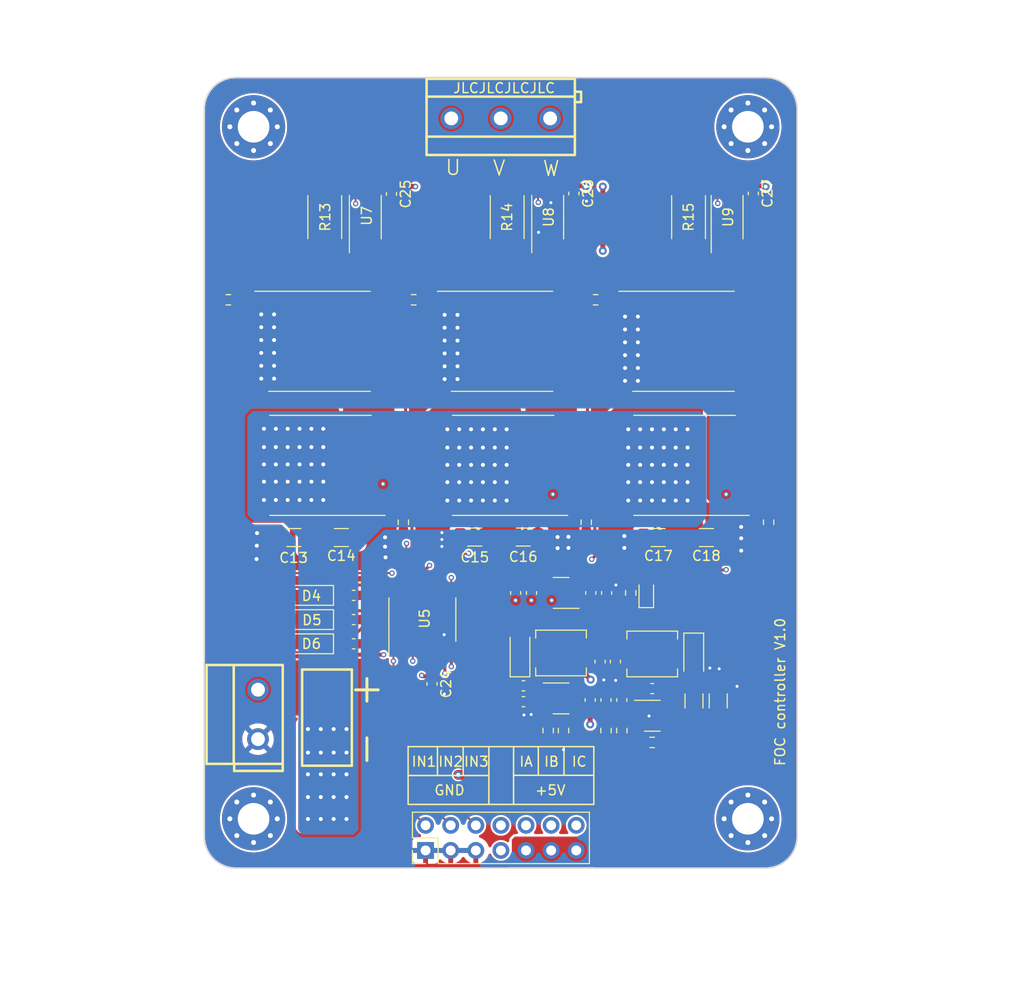
<source format=kicad_pcb>
(kicad_pcb (version 20221018) (generator pcbnew)
  (layers (0 "F.Cu" signal) (1 "In1.Cu" power "In1.GND") (2 "In2.Cu" power "In2.PWR") (31 "B.Cu" signal) (34 "B.Paste" user) (35 "F.Paste" user) (36 "B.SilkS" user "B.Silkscreen") (37 "F.SilkS" user "F.Silkscreen") (38 "B.Mask" user) (39 "F.Mask" user) (44 "Edge.Cuts" user))
  (net 0 "")
  (net 1 "Net-(U3-BS)")
  (net 2 "GND")
  (net 3 "+5V")
  (net 4 "VDC")
  (net 5 "+3.3V")
  (net 6 "/Bridge/UA")
  (net 7 "Net-(D4-K)")
  (net 8 "/Bridge/UB")
  (net 9 "Net-(D5-K)")
  (net 10 "/Bridge/UC")
  (net 11 "Net-(D6-K)")
  (net 12 "+12V")
  (net 13 "Net-(D2-A)")
  (net 14 "/interface/IA_OUT")
  (net 15 "/interface/IB_OUT")
  (net 16 "/interface/IC_OUT")
  (net 17 "Net-(Q1-G)")
  (net 18 "Net-(Q2-G)")
  (net 19 "Net-(Q3-G)")
  (net 20 "Net-(Q4-G)")
  (net 21 "Net-(Q5-G)")
  (net 22 "Net-(Q6-G)")
  (net 23 "/power/FB2")
  (net 24 "/power/FB1")
  (net 25 "Net-(U3-EN)")
  (net 26 "/Bridge/HO1")
  (net 27 "/Bridge/HO2")
  (net 28 "/Bridge/LO1")
  (net 29 "/Bridge/LO2")
  (net 30 "/Bridge/LO3")
  (net 31 "/Bridge/IA_N")
  (net 32 "/Bridge/IB_N")
  (net 33 "/Bridge/IC_N")
  (net 34 "/power/VIN")
  (net 37 "/Bridge/PWM1")
  (net 38 "/Bridge/PWM2")
  (net 39 "/Bridge/PWM3")
  (net 40 "/Bridge/HO3")
  (net 45 "SW1")
  (net 46 "SW2")
  (footprint "Diode_SMD:D_SOD-123F" (layer "F.Cu") (at 124.075 119.2 180)
    (fp_text reference "D6")
    (fp_text value "FR107")
  )
  (footprint "Package_TO_SOT_SMD:Infineon_PG-HSOF-8-1" (layer "F.Cu") (at 124.93 88.6)
    (fp_text reference "Q2" hide)
    (fp_text value "Q_NMOS_GSD")
  )
  (footprint "Capacitor_SMD:C_0603_1608Metric" (layer "F.Cu") (at 144.7125 114.05 -90)
    (fp_text reference "C20" hide)
    (fp_text value "0.1u")
  )
  (footprint "Resistor_SMD:R_0603_1608Metric" (layer "F.Cu") (at 158.525 129.175 180)
    (fp_text reference "R4" hide)
    (fp_text value "1M")
  )
  (footprint "Capacitor_SMD:C_1206_3216Metric" (layer "F.Cu") (at 140.575 108.4)
    (fp_text reference "C15")
    (fp_text value "22u 100V")
  )
  (footprint "Package_TO_SOT_SMD:SOT-23-6" (layer "F.Cu") (at 158.525 126.475)
    (fp_text reference "U3" hide)
    (fp_text value "ME3116")
  )
  (footprint "Resistor_SMD:R_0603_1608Metric" (layer "F.Cu") (at 115.65 84.4)
    (fp_text reference "R10" hide)
    (fp_text value "10")
  )
  (footprint "Resistor_SMD:R_2512_6332Metric" (layer "F.Cu") (at 162.2 76.0375 90)
    (fp_text reference "R15")
    (fp_text value "0.01")
  )
  (footprint "Resistor_SMD:R_0603_1608Metric" (layer "F.Cu") (at 152.8 84.4)
    (fp_text reference "R12" hide)
    (fp_text value "10")
  )
  (footprint "Resistor_SMD:R_2512_6332Metric" (layer "F.Cu") (at 125.4 76.0375 90)
    (fp_text reference "R13")
    (fp_text value "0.01")
  )
  (footprint "Capacitor_SMD:C_0603_1608Metric" (layer "F.Cu") (at 152.3125 114.05 -90)
    (fp_text reference "C8" hide)
    (fp_text value "0.1u")
  )
  (footprint "Capacitor_SMD:C_0603_1608Metric" (layer "F.Cu") (at 155.45 124.875 -90)
    (fp_text reference "C4" hide)
    (fp_text value "0.1u")
  )
  (footprint "Capacitor_SMD:C_0603_1608Metric" (layer "F.Cu") (at 153.85 124.875 -90)
    (fp_text reference "C6" hide)
    (fp_text value "0.1u")
  )
  (footprint "Capacitor_SMD:C_1206_3216Metric" (layer "F.Cu") (at 159.125 108.45)
    (fp_text reference "C17")
    (fp_text value "22u 100V")
  )
  (footprint "my_conn:KF301-3P" (layer "F.Cu") (at 143.2 66.05)
    (fp_text reference "U6" hide)
    (fp_text value "~")
  )
  (footprint "Capacitor_SMD:C_0603_1608Metric" (layer "F.Cu") (at 158.525 123.725)
    (fp_text reference "C1" hide)
    (fp_text value "0.1u")
  )
  (footprint "Resistor_SMD:R_2512_6332Metric" (layer "F.Cu") (at 143.85 76.0375 90)
    (fp_text reference "R14")
    (fp_text value "0.01")
  )
  (footprint "Capacitor_SMD:C_0603_1608Metric" (layer "F.Cu") (at 152.25 124.875 -90)
    (fp_text reference "C5" hide)
    (fp_text value "22u")
  )
  (footprint "Capacitor_SMD:C_1206_3216Metric" (layer "F.Cu") (at 122.275 108.45)
    (fp_text reference "C13")
    (fp_text value "22u 100V")
  )
  (footprint "Package_TO_SOT_SMD:Infineon_PG-HSOF-8-1" (layer "F.Cu") (at 161.75 88.6)
    (fp_text reference "Q6" hide)
    (fp_text value "Q_NMOS_GSD")
  )
  (footprint "Package_SO:TSSOP-20_4.4x6.5mm_P0.65mm" (layer "F.Cu") (at 135.275 116.75 90)
    (fp_text reference "U5")
    (fp_text value "EG2133")
  )
  (footprint "Package_TO_SOT_SMD:Infineon_PG-HSOF-8-1" (layer "F.Cu") (at 143.38 101.15 180)
    (fp_text reference "Q3" hide)
    (fp_text value "Q_NMOS_GSD")
  )
  (footprint "Capacitor_SMD:C_1206_3216Metric" (layer "F.Cu") (at 165.2 124.975 -90)
    (fp_text reference "C11" hide)
    (fp_text value "22u 100V")
  )
  (footprint "Capacitor_SMD:C_0603_1608Metric" (layer "F.Cu") (at 128.325 114.3 180)
    (fp_text reference "C21" hide)
    (fp_text value "1u")
  )
  (footprint "Capacitor_SMD:C_0603_1608Metric" (layer "F.Cu") (at 145.5 123.45 180)
    (fp_text reference "C12" hide)
    (fp_text value "10u")
  )
  (footprint "Diode_SMD:D_SOD-123F" (layer "F.Cu") (at 124.075 116.75 180)
    (fp_text reference "D5")
    (fp_text value "FR107")
  )
  (footprint "Resistor_SMD:R_0603_1608Metric" (layer "F.Cu") (at 134.4 84.4)
    (fp_text reference "R11" hide)
    (fp_text value "10")
  )
  (footprint "Package_SO:TSSOP-8_4.4x3mm_P0.65mm" (layer "F.Cu") (at 166.1 76.0375 90)
    (fp_text reference "U9")
    (fp_text value "INA240A1PW")
  )
  (footprint "Package_TO_SOT_SMD:SOT-23-5" (layer "F.Cu") (at 149.3125 114.05 180)
    (fp_text reference "U1" hide)
    (fp_text value "LP5907MFX-3.3")
  )
  (footprint "Resistor_SMD:R_0603_1608Metric" (layer "F.Cu") (at 151.85 106.9 90)
    (fp_text reference "R8" hide)
    (fp_text value "10")
  )
  (footprint "Capacitor_SMD:C_0603_1608Metric" (layer "F.Cu") (at 153.25 121 90)
    (fp_text reference "C3" hide)
    (fp_text value "22u")
  )
  (footprint "Diode_SMD:D_SOD-123" (layer "F.Cu") (at 145.15 120.175 90)
    (fp_text reference "D1" hide)
    (fp_text value "1N5819")
  )
  (footprint "MountingHole:MountingHole_3.2mm_M3_Pad_Via" (layer "F.Cu") (at 118.2 136.9)
    (fp_text reference "H1" hide)
    (fp_text value "MountingHole_Pad")
  )
  (footprint "Resistor_SMD:R_0603_1608Metric" (layer "F.Cu") (at 149.55 127.975 -90)
    (fp_text reference "R5" hide)
    (fp_text value "10k")
  )
  (footprint "Capacitor_SMD:C_0603_1608Metric" (layer "F.Cu") (at 153.9125 114.05 -90)
    (fp_text reference "C7" hide)
    (fp_text value "10u")
  )
  (footprint "LED_SMD:LED_0603_1608Metric" (layer "F.Cu") (at 157.925 114.05 90)
    (fp_text reference "D2" hide)
    (fp_text value "LED")
  )
  (footprint "MountingHole:MountingHole_3.2mm_M3_Pad_Via" (layer "F.Cu") (at 168.2 66.9)
    (fp_text reference "H2" hide)
    (fp_text value "MountingHole_Pad")
  )
  (footprint "Package_TO_SOT_SMD:Infineon_PG-HSOF-8-1" (layer "F.Cu") (at 161.73 101.15 180)
    (fp_text reference "Q5" hide)
    (fp_text value "Q_NMOS_GSD")
  )
  (footprint "Resistor_SMD:R_0603_1608Metric" (layer "F.Cu") (at 155.45 127.975 -90)
    (fp_text reference "R3" hide)
    (fp_text value "150k")
  )
  (footprint "Resistor_SMD:R_0603_1608Metric" (layer "F.Cu") (at 156.35 114.05 -90)
    (fp_text reference "R1" hide)
    (fp_text value "10k")
  )
  (footprint "Inductor_SMD:L_Chilisin_BMRA00040420" (layer "F.Cu") (at 149.3 120.125)
    (fp_text reference "L1" hide)
    (fp_text value "4.7u")
  )
  (footprint "Package_SO:TSSOP-8_4.4x3mm_P0.65mm" (layer "F.Cu") (at 147.95 76.0375 90)
    (fp_text reference "U8")
    (fp_text value "INA240A1PW")
  )
  (footprint "Package_TO_SOT_SMD:Infineon_PG-HSOF-8-1" (layer "F.Cu") (at 143.4 88.6)
    (fp_text reference "Q4" hide)
    (fp_text value "Q_NMOS_GSD")
  )
  (footprint "MountingHole:MountingHole_3.2mm_M3_Pad_Via" (layer "F.Cu") (at 168.2 136.9)
    (fp_text reference "H4" hide)
    (fp_text value "MountingHole_Pad")
  )
  (footprint "Capacitor_SMD:C_0603_1608Metric" (layer "F.Cu") (at 168.75 73.65 -90)
    (fp_text reference "C27")
    (fp_text value "0.1u")
  )
  (footprint "Capacitor_SMD:C_1206_3216Metric" (layer "F.Cu") (at 162.75 124.975 -90)
    (fp_text reference "C10" hide)
    (fp_text value "22u 100V")
  )
  (footprint "my_conn:KF301-2P" (layer "F.Cu") (at 118.65 126.3425 -90)
    (fp_text reference "U4" hide)
    (fp_text value "~")
  )
  (footprint "Capacitor_SMD:C_0603_1608Metric" (layer "F.Cu") (at 150.6 73.65 -90)
    (fp_text reference "C26")
    (fp_text value "0.1u")
  )
  (footprint "Inductor_SMD:L_Chilisin_BMRA00040420" (layer "F.Cu") (at 158.525 120.225 180)
    (fp_text reference "L2" hide)
    (fp_text value "47u")
  )
  (footprint "Capacitor_SMD:C_0603_1608Metric" (layer "F.Cu") (at 128.325 119.2 180)
    (fp_text reference "C23" hide)
    (fp_text value "1u")
  )
  (footprint "Resistor_SMD:R_0603_1608Metric" (layer "F.Cu") (at 153.85 127.975 90)
    (fp_text reference "R6" hide)
    (fp_text value "20.5k")
  )
  (footprint "MountingHole:MountingHole_3.2mm_M3_Pad_Via" (layer "F.Cu") (at 118.2 66.9)
    (fp_text reference "H3" hide)
    (fp_text value "MountingHole_Pad")
  )
  (footprint "Capacitor_SMD:C_1206_3216Metric" (layer "F.Cu") (at 164 108.45 180)
    (fp_text reference "C18")
    (fp_text value "22u 100V")
  )
  (footprint "Capacitor_SMD:C_1206_3216Metric" (layer "F.Cu") (at 145.475 108.4 180)
    (fp_text reference "C16")
    (fp_text value "22u 100V")
  )
  (footprint "Package_TO_SOT_SMD:SOT-23-6" (layer "F.Cu") (at 149.3 124.725)
    (fp_text reference "U2" hide)
    (fp_text value "SX1308")
  )
  (footprint "Capacitor_SMD:C_0603_1608Metric" (layer "F.Cu") (at 145.5 125.05 180)
    (fp_text reference "C28" hide)
    (fp_text value "0.1u")
  )
  (footprint "Connector_PinHeader_2.54mm:PinHeader_2x07_P2.54mm_Vertical" (layer "F.Cu") (at 143.2 141.9 90)
    (fp_text reference "J2" hide)
    (fp_text value "Conn_02x07_Odd_Even")
  )
  (footprint "Diode_SMD:D_SOD-123F" (layer "F.Cu") (at 124.075 114.3 180)
    (fp_text reference "D4")
    (fp_text value "FR107")
  )
  (footprint "Resistor_SMD:R_0603_1608Metric" (layer "F.Cu") (at 148 127.975 90)
    (fp_text reference "R2" hide)
    (fp_text value "190k")
  )
  (footprint "Capacitor_SMD:C_0603_1608Metric" (layer "F.Cu") (at 154.8 121 90)
    (fp_text reference "C2" hide)
    (fp_text value "22u")
  )
  (footprint "Capacitor_SMD:C_0603_1608Metric" (layer "F.Cu") (at 146.3125 114.05 -90)
    (fp_text reference "C19" hide)
    (fp_text value "10u")
  )
  (footprint "Capacitor_SMD:C_0603_1608Metric" (layer "F.Cu") (at 136.25 123.25 -90)
    (fp_text reference "C24")
    (fp_text value "0.1u")
  )
  (footprint "Resistor_SMD:R_0603_1608Metric" (layer "F.Cu") (at 133.35 106.9 90)
    (fp_text reference "R7" hide)
    (fp_text value "10")
  )
  (footprint "Resistor_SMD:R_0603_1608Metric" (layer "F.Cu") (at 170.3 106.9 90)
    (fp_text reference "R9" hide)
    (fp_text value "10")
  )
  (footprint "Capacitor_SMD:C_0603_1608Metric" (layer "F.Cu") (at 128.325 116.75 180)
    (fp_text reference "C22" hide)
    (fp_text value "1u")
  )
  (footprint "Package_TO_SOT_SMD:Infineon_PG-HSOF-8-1" (layer "F.Cu") (at 124.905 101.15 180)
    (fp_text reference "Q1" hide)
    (fp_text value "Q_NMOS_GSD")
  )
  (footprint "Capacitor_SMD:C_1206_3216Metric" (layer "F.Cu") (at 127.075 108.45 180)
    (fp_text reference "C14")
    (fp_text value "22u 100V")
  )
  (footprint "Capacitor_SMD:C_0603_1608Metric" (layer "F.Cu") (at 132.15 73.7 -90)
    (fp_text reference "C25")
    (fp_text value "0.1u")
  )
  (footprint "Package_SO:TSSOP-8_4.4x3mm_P0.65mm" (layer "F.Cu") (at 129.5 76.0375 90)
    (fp_text reference "U7")
    (fp_text value "INA240A1PW")
  )
  (footprint "Diode_SMD:D_SOD-123F" (layer "F.Cu") (at 162.725 120.325 -90)
    (fp_text reference "D3" hide)
    (fp_text value "FR107")
  )
  (footprint "my_fuse:1808-FuseBase-SMD" (layer "F.Cu") (at 125.625 126.65 -90)
    (fp_text reference "F1" hide)
    (fp_text value "Fuse")
  )
  (gr_line (start 139.4 132.5) (end 139.4 129.6) (stroke (width 0.15)) (layer "F.SilkS"))
  (gr_line (start 147 132.5) (end 147 129.6) (stroke (width 0.15)) (layer "F.SilkS"))
  (gr_line (start 149.6 132.5) (end 149.6 129.6) (stroke (width 0.15)) (layer "F.SilkS"))
  (gr_line (start 136.8 132.5) (end 136.8 129.6) (stroke (width 0.15)) (layer "F.SilkS"))
  (gr_line (start 144.5 135.4) (end 144.5 129.6) (stroke (width 0.15)) (layer "F.SilkS"))
  (gr_line (start 144.5 132.5) (end 152.61875 132.5) (stroke (width 0.15)) (layer "F.SilkS"))
  (gr_line (start 133.83125 132.521875) (end 142 132.521875) (stroke (width 0.15)) (layer "F.SilkS"))
  (gr_line (start 142 135.4) (end 142 129.6) (stroke (width 0.15)) (layer "F.SilkS"))
  (gr_rect (start 133.83125 129.6) (end 152.61875 135.44375) (stroke (width 0.15)) (fill none) (layer "F.SilkS"))
  (gr_line (start 113.2 65.1) (end 113.2 138.7) (stroke (width 0.1)) (layer "Edge.Cuts"))
  (gr_arc (start 113.2 65.1) (mid 114.137258 62.837258) (end 116.4 61.9) (stroke (width 0.1)) (layer "Edge.Cuts"))
  (gr_arc (start 170 61.9) (mid 172.262742 62.837258) (end 173.2 65.1) (stroke (width 0.1)) (layer "Edge.Cuts"))
  (gr_arc (start 173.2 138.7) (mid 172.262742 140.962742) (end 170 141.9) (stroke (width 0.1)) (layer "Edge.Cuts"))
  (gr_arc (start 116.4 141.9) (mid 114.137258 140.962742) (end 113.2 138.7) (stroke (width 0.1)) (layer "Edge.Cuts"))
  (gr_line (start 116.4 141.9) (end 170 141.9) (stroke (width 0.1)) (layer "Edge.Cuts"))
  (gr_line (start 170 61.9) (end 116.4 61.9) (stroke (width 0.1)) (layer "Edge.Cuts"))
  (gr_line (start 173.2 138.7) (end 173.2 65.1) (stroke (width 0.1)) (layer "Edge.Cuts"))
  (gr_text "IA" (at 145 131.7) (layer "F.SilkS") (effects (font (size 1 1)) (justify left bottom)))
  (gr_text "+ -" (at 128.14 121.8 270) (layer "F.SilkS") (effects (font (size 3 3) (thickness 0.3)) (justify left bottom)))
  (gr_text "IB" (at 147.5 131.7) (layer "F.SilkS") (effects (font (size 1 1)) (justify left bottom)))
  (gr_text "GND" (at 136.4 134.6) (layer "F.SilkS") (effects (font (size 1 1)) (justify left bottom)))
  (gr_text "FOC controller V1.0" (at 172.05 131.64 90) (layer "F.SilkS") (effects (font (size 1 1)) (justify left bottom)))
  (gr_text "+5V" (at 146.6 134.6) (layer "F.SilkS") (effects (font (size 1 1)) (justify left bottom)))
  (gr_text "V" (at 142.3 71.95) (layer "F.SilkS") (effects (font (size 1.5 1.5)) (justify left bottom)))
  (gr_text "IN2" (at 136.8 131.7) (layer "F.SilkS") (effects (font (size 1 1)) (justify left bottom)))
  (gr_text "IC" (at 150.3 131.7) (layer "F.SilkS") (effects (font (size 1 1)) (justify left bottom)))
  (gr_text "IN1" (at 134.1 131.7) (layer "F.SilkS") (effects (font (size 1 1)) (justify left bottom)))
  (gr_text "W" (at 147.35 72) (layer "F.SilkS") (effects (font (size 1.5 1.5)) (justify left bottom)))
  (gr_text "JLCJLCJLCJLC" (at 138.31 63.57) (layer "F.SilkS") (effects (font (size 1 1)) (justify left bottom)))
  (gr_text "U" (at 137.5 71.9) (layer "F.SilkS") (effects (font (size 1.5 1.5)) (justify left bottom)))
  (gr_text "IN3" (at 139.4 131.7) (layer "F.SilkS") (effects (font (size 1 1)) (justify left bottom)))
  (segment (start 157.75 123.725) (end 157.75 125.1625) (width 0.3) (layer "F.Cu") (net 1))
  (segment (start 157.75 125.1625) (end 157.3875 125.525) (width 0.3) (layer "F.Cu") (net 1))
  (segment (start 153.9125 113.275) (end 152.3125 113.275) (width 0.3) (layer "F.Cu") (net 2))
  (segment (start 146.975 78.9) (end 146.975 77.625) (width 0.3) (layer "F.Cu") (net 2))
  (segment (start 158.2 126.5) (end 157.4125 126.5) (width 0.3) (layer "F.Cu") (net 2))
  (segment (start 148.275 73.175) (end 148.275 74.575) (width 0.3) (layer "F.Cu") (net 2))
  (segment (start 154.825 113.275) (end 154.85 113.25) (width 0.3) (layer "F.Cu") (net 2))
  (segment (start 151.5375 114.05) (end 150.45 114.05) (width 0.3) (layer "F.Cu") (net 2))
  (segment (start 153.9125 113.275) (end 154.825 113.275) (width 0.3) (layer "F.Cu") (net 2))
  (segment (start 150.6 74.425) (end 151.875 74.425) (width 0.3) (layer "F.Cu") (net 2))
  (segment (start 146.975 77.625) (end 147.025 77.575) (width 0.3) (layer "F.Cu") (net 2))
  (segment (start 137.25 124.025) (end 137.5 124.275) (width 0.3) (layer "F.Cu") (net 2))
  (segment (start 136.25 124.025) (end 137.25 124.025) (width 0.3) (layer "F.Cu") (net 2))
  (segment (start 146.6 124.725) (end 146.275 125.05) (width 0.3) (layer "F.Cu") (net 2))
  (segment (start 137.475 118.275) (end 136.9 118.85) (width 0.3) (layer "F.Cu") (net 2))
  (segment (start 152.3125 113.275) (end 151.5375 114.05) (width 0.3) (layer "F.Cu") (net 2))
  (segment (start 136.9 118.85) (end 136.9 119.6125) (width 0.3) (layer "F.Cu") (net 2))
  (segment (start 153.1 127.9) (end 153.1 128.025) (width 0.3) (layer "F.Cu") (net 2))
  (segment (start 148.1625 124.725) (end 146.6 124.725) (width 0.3) (layer "F.Cu") (net 2))
  (segment (start 153.85 127.15) (end 153.1 127.9) (width 0.3) (layer "F.Cu") (net 2))
  (via (at 157.075 87.4) (size 0.8) (drill 0.4) (layers "F.Cu" "B.Cu") (net 2))
  (via (at 167.1 123.5) (size 0.55) (drill 0.3) (layers "F.Cu" "B.Cu") (net 2))
  (via (at 155.7 109.5) (size 0.8) (drill 0.4) (layers "F.Cu" "B.Cu") (net 2))
  (via (at 148.275 74.575) (size 0.55) (drill 0.3) (layers "F.Cu" "B.Cu") (net 2))
  (via (at 164.35 121.65) (size 0.55) (drill 0.3) (layers "F.Cu" "B.Cu") (net 2))
  (via (at 137.525 91.125) (size 0.8) (drill 0.4) (layers "F.Cu" "B.Cu") (net 2))
  (via (at 137.25 109.35) (size 0.55) (drill 0.3) (layers "F.Cu" "B.Cu") (net 2))
  (via (at 131.55 110.45) (size 0.8) (drill 0.4) (layers "F.Cu" "B.Cu") (net 2))
  (via (at 150.05 108.375) (size 0.8) (drill 0.4) (layers "F.Cu" "B.Cu") (net 2))
  (via (at 165.3 121.725) (size 0.55) (drill 0.3) (layers "F.Cu" "B.Cu") (net 2))
  (via (at 137.475 118.275) (size 0.55) (drill 0.3) (layers "F.Cu" "B.Cu") (net 2))
  (via (at 157.075 90) (size 0.8) (drill 0.4) (layers "F.Cu" "B.Cu") (net 2))
  (via (at 155.775 90) (size 0.8) (drill 0.4) (layers "F.Cu" "B.Cu") (net 2))
  (via (at 157.075 88.7) (size 0.8) (drill 0.4) (layers "F.Cu" "B.Cu") (net 2))
  (via (at 155.775 86.1) (size 0.8) (drill 0.4) (layers "F.Cu" "B.Cu") (net 2))
  (via (at 155.775 92.6) (size 0.8) (drill 0.4) (layers "F.Cu" "B.Cu") (net 2))
  (via (at 118.5 110.625) (size 0.8) (drill 0.4) (layers "F.Cu" "B.Cu") (net 2))
  (via (at 155.7 108.3) (size 0.8) (drill 0.4) (layers "F.Cu" "B.Cu") (net 2))
  (via (at 137.525 88.525) (size 0.8) (drill 0.4) (layers "F.Cu" "B.Cu") (net 2))
  (via (at 120.275 92.375) (size 0.8) (drill 0.4) (layers "F.Cu" "B.Cu") (net 2))
  (via (at 118.975 91.075) (size 0.8) (drill 0.4) (layers "F.Cu" "B.Cu") (net 2))
  (via (at 157.075 92.6) (size 0.8) (drill 0.4) (layers "F.Cu" "B.Cu") (net 2))
  (via (at 154.85 113.25) (size 0.55) (drill 0.3) (layers "F.Cu" "B.Cu") (net 2))
  (via (at 167.525 108.525) (size 0.8) (drill 0.4) (layers "F.Cu" "B.Cu") (net 2))
  (via (at 118.975 87.175) (size 0.8) (drill 0.4) (layers "F.Cu" "B.Cu") (net 2))
  (via (at 154.825 122.9) (size 0.55) (drill 0.3) (layers "F.Cu" "B.Cu") (net 2))
  (via (at 148.95 108.4) (size 0.8) (drill 0.4) (layers "F.Cu" "B.Cu") (net 2))
  (via (at 118.975 92.375) (size 0.8) (drill 0.4) (layers "F.Cu" "B.Cu") (net 2))
  (via (at 155.775 91.3) (size 0.8) (drill 0.4) (layers "F.Cu" "B.Cu") (net 2))
  (via (at 137.525 92.425) (size 0.8) (drill 0.4) (layers "F.Cu" "B.Cu") (net 2))
  (via (at 118.525 109.275) (size 0.8) (drill 0.4) (layers "F.Cu" "B.Cu") (net 2))
  (via (at 155.775 87.4) (size 0.8) (drill 0.4) (layers "F.Cu" "B.Cu") (net 2))
  (via (at 151.875 74.425) (size 0.55) (drill 0.3) (layers "F.Cu" "B.Cu") (net 2))
  (via (at 118.55 108) (size 0.8) (drill 0.4) (layers "F.Cu" "B.Cu") (net 2))
  (via (at 167.525 109.775) (size 0.8) (drill 0.4) (layers "F.Cu" "B.Cu") (net 2))
  (via (at 167.525 107.375) (size 0.8) (drill 0.4) (layers "F.Cu" "B.Cu") (net 2))
  (via (at 120.275 88.475) (size 0.8) (drill 0.4) (layers "F.Cu" "B.Cu") (net 2))
  (via (at 150.05 109.5) (size 0.8) (drill 0.4) (layers "F.Cu" "B.Cu") (net 2))
  (via (at 157.075 91.3) (size 0.8) (drill 0.4) (layers "F.Cu" "B.Cu") (net 2))
  (via (at 137.525 89.825) (size 0.8) (drill 0.4) (layers "F.Cu" "B.Cu") (net 2))
  (via (at 138.825 87.225) (size 0.8) (drill 0.4) (layers "F.Cu" "B.Cu") (net 2))
  (via (at 120.275 85.875) (size 0.8) (drill 0.4) (layers "F.Cu" "B.Cu") (net 2))
  (via (at 120.275 91.075) (size 0.8) (drill 0.4) (layers "F.Cu" "B.Cu") (net 2))
  (via (at 137.5 124.275) (size 0.55) (drill 0.3) (layers "F.Cu" "B.Cu") (net 2))
  (via (at 137.25 108.65) (size 0.55) (drill 0.3) (layers "F.Cu" "B.Cu") (net 2))
  (via (at 138.825 92.425) (size 0.8) (drill 0.4) (layers "F.Cu" "B.Cu") (net 2))
  (via (at 149.55 129.9) (size 0.55) (drill 0.3) (layers "F.Cu" "B.Cu") (net 2))
  (via (at 138.825 88.525) (size 0.8) (drill 0.4) (layers "F.Cu" "B.Cu") (net 2))
  (via (at 137.525 85.925) (size 0.8) (drill 0.4) (layers "F.Cu" "B.Cu") (net 2))
  (via (at 158.2 126.5) (size 0.55) (drill 0.3) (layers "F.Cu" "B.Cu") (net 2))
  (via (at 131.5 109.375) (size 0.8) (drill 0.4) (layers "F.Cu" "B.Cu") (net 2))
  (via (at 145.55 126.4) (size 0.55) (drill 0.3) (layers "F.Cu" "B.Cu") (net 2))
  (via (at 138.825 89.825) (size 0.8) (drill 0.4) (layers "F.Cu" "B.Cu") (net 2))
  (via (at 137.25 107.95) (size 0.55) (drill 0.3) (layers "F.Cu" "B.Cu") (net 2))
  (via (at 131.5 108.425) (size 0.8) (drill 0.4) (layers "F.Cu" "B.Cu") (net 2))
  (via (at 146.275 126.35) (size 0.55) (drill 0.3) (layers "F.Cu" "B.Cu") (net 2))
  (via (at 118.975 85.875) (size 0.8) (drill 0.4) (layers "F.Cu" "B.Cu") (net 2))
  (via (at 118.975 88.475) (size 0.8) (drill 0.4) (layers "F.Cu" "B.Cu") (net 2))
  (via (at 138.825 91.125) (size 0.8) (drill 0.4) (layers "F.Cu" "B.Cu") (net 2))
  (via (at 147.025 77.575) (size 0.55) (drill 0.3) (layers "F.Cu" "B.Cu") (net 2))
  (via (at 148.95 109.525) (size 0.8) (drill 0.4) (layers "F.Cu" "B.Cu") (net 2))
  (via (at 155.775 88.7) (size 0.8) (drill 0.4) (layers "F.Cu" "B.Cu") (net 2))
  (via (at 138.825 85.925) (size 0.8) (drill 0.4) (layers "F.Cu" "B.Cu") (net 2))
  (via (at 157.075 86.1) (size 0.8) (drill 0.4) (layers "F.Cu" "B.Cu") (net 2))
  (via (at 137.525 87.225) (size 0.8) (drill 0.4) (layers "F.Cu" "B.Cu") (net 2))
  (via (at 120.275 87.175) (size 0.8) (drill 0.4) (layers "F.Cu" "B.Cu") (net 2))
  (via (at 118.975 89.775) (size 0.8) (drill 0.4) (layers "F.Cu" "B.Cu") (net 2))
  (via (at 120.275 89.775) (size 0.8) (drill 0.4) (layers "F.Cu" "B.Cu") (net 2))
  (via (at 153.625 122.85) (size 0.55) (drill 0.3) (layers "F.Cu" "B.Cu") (net 2))
  (segment (start 149.3875 113.3625) (end 149.3875 114.7) (width 0.3) (layer "F.Cu") (net 3))
  (segment (start 149.3875 114.7) (end 149.6875 115) (width 0.3) (layer "F.Cu") (net 3))
  (segment (start 153.9125 114.825) (end 156.3 114.825) (width 0.4) (layer "F.Cu") (net 3))
  (segment (start 152.25 125.65) (end 152.25 127.35) (width 0.5) (layer "F.Cu") (net 3))
  (segment (start 151.15 121.675) (end 151.15 120.125) (width 0.5) (layer "F.Cu") (net 3))
  (segment (start 152.3 122.825) (end 151.15 121.675) (width 0.5) (layer "F.Cu") (net 3))
  (segment (start 149.65 113.1) (end 149.3875 113.3625) (width 0.3) (layer "F.Cu") (net 3))
  (segment (start 150.45 113.1) (end 149.65 113.1) (width 0.3) (layer "F.Cu") (net 3))
  (segment (start 149.6875 115) (end 150.45 115) (width 0.3) (layer "F.Cu") (net 3))
  (via (at 152.3 122.825) (size 0.8) (drill 0.4) (layers "F.Cu" "B.Cu") (net 3))
  (via (at 152.25 127.35) (size 0.8) (drill 0.4) (layers "F.Cu" "B.Cu") (net 3))
  (segment (start 162.75 128.7) (end 162.75 126.45) (width 0.2) (layer "F.Cu") (net 4))
  (segment (start 138.9 132.45) (end 164.55 132.45) (width 1) (layer "F.Cu") (net 4))
  (segment (start 165.2 131.8) (end 165.2 126.45) (width 1) (layer "F.Cu") (net 4))
  (segment (start 159.35 129.175) (end 162.275 129.175) (width 0.2) (layer "F.Cu") (net 4))
  (segment (start 164.55 132.45) (end 165.2 131.8) (width 1) (layer "F.Cu") (net 4))
  (segment (start 162.275 129.175) (end 162.75 128.7) (width 0.2) (layer "F.Cu") (net 4))
  (via (at 122.85 104.65) (size 0.8) (drill 0.4) (layers "F.Cu" "B.Cu") (net 4))
  (via (at 125 136.925) (size 0.8) (drill 0.4) (layers "F.Cu" "B.Cu") (net 4))
  (via (at 123.7 134.7) (size 0.8) (drill 0.4) (layers "F.Cu" "B.Cu") (net 4))
  (via (at 122.85 102.8) (size 0.8) (drill 0.4) (layers "F.Cu" "B.Cu") (net 4))
  (via (at 139 97.5) (size 0.8) (drill 0.4) (layers "F.Cu" "B.Cu") (net 4))
  (via (at 137.8 99.35) (size 0.8) (drill 0.4) (layers "F.Cu" "B.Cu") (net 4))
  (via (at 125 130.2) (size 0.8) (drill 0.4) (layers "F.Cu" "B.Cu") (net 4))
  (via (at 125 127.825) (size 0.8) (drill 0.4) (layers "F.Cu" "B.Cu") (net 4))
  (via (at 137.8 101.1) (size 0.8) (drill 0.4) (layers "F.Cu" "B.Cu") (net 4))
  (via (at 121.65 99.3) (size 0.8) (drill 0.4) (layers "F.Cu" "B.Cu") (net 4))
  (via (at 143.8 97.5) (size 0.8) (drill 0.4) (layers "F.Cu" "B.Cu") (net 4))
  (via (at 157.3 97.5) (size 0.8) (drill 0.4) (layers "F.Cu" "B.Cu") (net 4))
  (via (at 159.7 102.85) (size 0.8) (drill 0.4) (layers "F.Cu" "B.Cu") (net 4))
  (via (at 141.4 97.5) (size 0.8) (drill 0.4) (layers "F.Cu" "B.Cu") (net 4))
  (via (at 158.5 101.1) (size 0.8) (drill 0.4) (layers "F.Cu" "B.Cu") (net 4))
  (via (at 126.3 132.4) (size 0.8) (drill 0.4) (layers "F.Cu" "B.Cu") (net 4))
  (via (at 142.6 104.7) (size 0.8) (drill 0.4) (layers "F.Cu" "B.Cu") (net 4))
  (via (at 119.25 101.05) (size 0.8) (drill 0.4) (layers "F.Cu" "B.Cu") (net 4))
  (via (at 142.6 97.5) (size 0.8) (drill 0.4) (layers "F.Cu" "B.Cu") (net 4))
  (via (at 119.25 104.65) (size 0.8) (drill 0.4) (layers "F.Cu" "B.Cu") (net 4))
  (via (at 157.3 104.7) (size 0.8) (drill 0.4) (layers "F.Cu" "B.Cu") (net 4))
  (via (at 157.3 101.1) (size 0.8) (drill 0.4) (layers "F.Cu" "B.Cu") (net 4))
  (via (at 159.7 101.1) (size 0.8) (drill 0.4) (layers "F.Cu" "B.Cu") (net 4))
  (via (at 127.6 130.2) (size 0.8) (drill 0.4) (layers "F.Cu" "B.Cu") (net 4))
  (via (at 158.5 102.85) (size 0.8) (drill 0.4) (layers "F.Cu" "B.Cu") (net 4))
  (via (at 121.65 102.8) (size 0.8) (drill 0.4) (layers "F.Cu" "B.Cu") (net 4))
  (via (at 141.4 101.1) (size 0.8) (drill 0.4) (layers "F.Cu" "B.Cu") (net 4))
  (via (at 125 134.7) (size 0.8) (drill 0.4) (layers "F.Cu" "B.Cu") (net 4))
  (via (at 156.1 104.7) (size 0.8) (drill 0.4) (layers "F.Cu" "B.Cu") (net 4))
  (via (at 126.3 130.2) (size 0.8) (drill 0.4) (layers "F.Cu" "B.Cu") (net 4))
  (via (at 143.8 102.85) (size 0.8) (drill 0.4) (layers "F.Cu" "B.Cu") (net 4))
  (via (at 157.3 102.85) (size 0.8) (drill 0.4) (layers "F.Cu" "B.Cu") (net 4))
  (via (at 121.65 101.05) (size 0.8) (drill 0.4) (layers "F.Cu" "B.Cu") (net 4))
  (via (at 139 101.1) (size 0.8) (drill 0.4) (layers "F.Cu" "B.Cu") (net 4))
  (via (at 125 132.4) (size 0.8) (drill 0.4) (layers "F.Cu" "B.Cu") (net 4))
  (via (at 127.6 134.7) (size 0.8) (drill 0.4) (layers "F.Cu" "B.Cu") (net 4))
  (via (at 143.8 104.7) (size 0.8) (drill 0.4) (layers "F.Cu" "B.Cu") (net 4))
  (via (at 160.9 99.35) (size 0.8) (drill 0.4) (layers "F.Cu" "B.Cu") (net 4))
  (via (at 123.7 132.4) (size 0.8) (drill 0.4) (layers "F.Cu" "B.Cu") (net 4))
  (via (at 124.05 102.8) (size 0.8) (drill 0.4) (layers "F.Cu" "B.Cu") (net 4))
  (via (at 120.45 99.3) (size 0.8) (drill 0.4) (layers "F.Cu" "B.Cu") (net 4))
  (via (at 123.7 130.2) (size 0.8) (drill 0.4) (layers "F.Cu" "B.Cu") (net 4))
  (via (at 142.6 102.85) (size 0.8) (drill 0.4) (layers "F.Cu" "B.Cu") (net 4))
  (via (at 127.6 127.825) (size 0.8) (drill 0.4) (layers "F.Cu" "B.Cu") (net 4))
  (via (at 125.25 97.45) (size 0.8) (drill 0.4) (layers "F.Cu" "B.Cu") (net 4))
  (via (at 137.8 104.7) (size 0.8) (drill 0.4) (layers "F.Cu" "B.Cu") (net 4))
  (via (at 162.1 99.35) (size 0.8) (drill 0.4) (layers "F.Cu" "B.Cu") (net 4))
  (via (at 141.4 99.35) (size 0.8) (drill 0.4) (layers "F.Cu" "B.Cu") (net 4))
  (via (at 121.65 97.45) (size 0.8) (drill 0.4) (layers "F.Cu" "B.Cu") (net 4))
  (via (at 137.8 102.85) (size 0.8) (drill 0.4) (layers "F.Cu" "B.Cu") (net 4))
  (via (at 124.05 97.45) (size 0.8) (drill 0.4) (layers "F.Cu" "B.Cu") (net 4))
  (via (at 125.25 99.3) (size 0.8) (drill 0.4) (layers "F.Cu" "B.Cu") (net 4))
  (via (at 142.6 101.1) (size 0.8) (drill 0.4) (layers "F.Cu" "B.Cu") (net 4))
  (via (at 158.5 99.35) (size 0.8) (drill 0.4) (layers "F.Cu" "B.Cu") (net 4))
  (via (at 158.5 97.5) (size 0.8) (drill 0.4) (layers "F.Cu" "B.Cu") (net 4))
  (via (at 143.8 99.35) (size 0.8) (drill 0.4) (layers "F.Cu" "B.Cu") (net 4))
  (via (at 160.9 102.85) (size 0.8) (drill 0.4) (layers "F.Cu" "B.Cu") (net 4))
  (via (at 121.65 104.65) (size 0.8) (drill 0.4) (layers "F.Cu" "B.Cu") (net 4))
  (via (at 119.25 102.8) (size 0.8) (drill 0.4) (layers "F.Cu" "B.Cu") (net 4))
  (via (at 162.1 102.85) (size 0.8) (drill 0.4) (layers "F.Cu" "B.Cu") (net 4))
  (via (at 126.3 127.825) (size 0.8) (drill 0.4) (layers "F.Cu" "B.Cu") (net 4))
  (via (at 158.5 104.7) (size 0.8) (drill 0.4) (layers "F.Cu" "B.Cu") (net 4))
  (via (at 125.25 101.05) (size 0.8) (drill 0.4) (layers "F.Cu" "B.Cu") (net 4))
  (via (at 159.7 104.7) (size 0.8) (drill 0.4) (layers "F.Cu" "B.Cu") (net 4))
  (via (at 124.05 104.65) (size 0.8) (drill 0.4) (layers "F.Cu" "B.Cu") (net 4))
  (via (at 141.4 104.7) (size 0.8) (drill 0.4) (layers "F.Cu" "B.Cu") (net 4))
  (via (at 138.9 132.45) (size 0.8) (drill 0.4) (layers "F.Cu" "B.Cu") (net 4))
  (via (at 142.6 99.35) (size 0.8) (drill 0.4) (layers "F.Cu" "B.Cu") (net 4))
  (via (at 123.7 127.825) (size 0.8) (drill 0.4) (layers "F.Cu" "B.Cu") (net 4))
  (via (at 143.8 101.1) (size 0.8) (drill 0.4) (layers "F.Cu" "B.Cu") (net 4))
  (via (at 125.25 104.65) (size 0.8) (drill 0.4) (layers "F.Cu" "B.Cu") (net 4))
  (via (at 122.85 99.3) (size 0.8) (drill 0.4) (layers "F.Cu" "B.Cu") (net 4))
  (via (at 127.6 132.4) (size 0.8) (drill 0.4) (layers "F.Cu" "B.Cu") (net 4))
  (via (at 156.1 97.5) (size 0.8) (drill 0.4) (layers "F.Cu" "B.Cu") (net 4))
  (via (at 141.4 102.85) (size 0.8) (drill 0.4) (layers "F.Cu" "B.Cu") (net 4))
  (via (at 140.2 99.35) (size 0.8) (drill 0.4) (layers "F.Cu" "B.Cu") (net 4))
  (via (at 120.45 104.65) (size 0.8) (drill 0.4) (layers "F.Cu" "B.Cu") (net 4))
  (via (at 160.9 97.5) (size 0.8) (drill 0.4) (layers "F.Cu" "B.Cu") (net 4))
  (via (at 124.05 99.3) (size 0.8) (drill 0.4) (layers "F.Cu" "B.Cu") (net 4))
  (via (at 139 104.7) (size 0.8) (drill 0.4) (layers "F.Cu" "B.Cu") (net 4))
  (via (at 160.9 101.1) (size 0.8) (drill 0.4) (layers "F.Cu" "B.Cu") (net 4))
  (via (at 139 102.85) (size 0.8) (drill 0.4) (layers "F.Cu" "B.Cu") (net 4))
  (via (at 122.85 97.45) (size 0.8) (drill 0.4) (layers "F.Cu" "B.Cu") (net 4))
  (via (at 156.1 102.85) (size 0.8) (drill 0.4) (layers "F.Cu" "B.Cu") (net 4))
  (via (at 156.1 101.1) (size 0.8) (drill 0.4) (layers "F.Cu" "B.Cu") (net 4))
  (via (at 140.2 101.1) (size 0.8) (drill 0.4) (layers "F.Cu" "B.Cu") (net 4))
  (via (at 162.1 97.5) (size 0.8) (drill 0.4) (layers "F.Cu" "B.Cu") (net 4))
  (via (at 139 99.35) (size 0.8) (drill 0.4) (layers "F.Cu" "B.Cu") (net 4))
  (via (at 159.7 97.5) (size 0.8) (drill 0.4) (layers "F.Cu" "B.Cu") (net 4))
  (via (at 140.2 102.85) (size 0.8) (drill 0.4) (layers "F.Cu" "B.Cu") (net 4))
  (via (at 125.25 102.8) (size 0.8) (drill 0.4) (layers "F.Cu" "B.Cu") (net 4))
  (via (at 140.2 97.5) (size 0.8) (drill 0.4) (layers "F.Cu" "B.Cu") (net 4))
  (via (at 119.25 99.3) (size 0.8) (drill 0.4) (layers "F.Cu" "B.Cu") (net 4))
  (via (at 156.1 99.35) (size 0.8) (drill 0.4) (layers "F.Cu" "B.Cu") (net 4))
  (via (at 127.6 136.925) (size 0.8) (drill 0.4) (layers "F.Cu" "B.Cu") (net 4))
  (via (at 126.3 136.925) (size 0.8) (drill 0.4) (layers "F.Cu" "B.Cu") (net 4))
  (via (at 119.25 97.45) (size 0.8) (drill 0.4) (layers "F.Cu" "B.Cu") (net 4))
  (via (at 159.7 99.35) (size 0.8) (drill 0.4) (layers "F.Cu" "B.Cu") (net 4))
  (via (at 120.45 97.45) (size 0.8) (drill 0.4) (layers "F.Cu" "B.Cu") (net 4))
  (via (at 162.1 104.7) (size 0.8) (drill 0.4) (layers "F.Cu" "B.Cu") (net 4))
  (via (at 124.05 101.05) (size 0.8) (drill 0.4) (layers "F.Cu" "B.Cu") (net 4))
  (via (at 162.1 101.1) (size 0.8) (drill 0.4) (layers "F.Cu" "B.Cu") (net 4))
  (via (at 120.45 101.05) (size 0.8) (drill 0.4) (layers "F.Cu" "B.Cu") (net 4))
  (via (at 140.2 104.7) (size 0.8) (drill 0.4) (layers "F.Cu" "B.Cu") (net 4))
  (via (at 122.85 101.05) (size 0.8) (drill 0.4) (layers "F.Cu" "B.Cu") (net 4))
  (via (at 137.8 97.5) (size 0.8) (drill 0.4) (layers "F.Cu" "B.Cu") (net 4))
  (via (at 120.45 102.8) (size 0.8) (drill 0.4) (layers "F.Cu" "B.Cu") (net 4))
  (via (at 160.9 104.7) (size 0.8) (drill 0.4) (layers "F.Cu" "B.Cu") (net 4))
  (via (at 157.3 99.35) (size 0.8) (drill 0.4) (layers "F.Cu" "B.Cu") (net 4))
  (via (at 123.7 136.925) (size 0.8) (drill 0.4) (layers "F.Cu" "B.Cu") (net 4))
  (via (at 126.3 134.7) (size 0.8) (drill 0.4) (layers "F.Cu" "B.Cu") (net 4))
  (segment (start 148.6 71.7) (end 148.925 72.025) (width 0.3) (layer "F.Cu") (net 5))
  (segment (start 129.4 71.85) (end 130.2 71.85) (width 0.3) (layer "F.Cu") (net 5))
  (segment (start 169.925 72.875) (end 170 72.95) (width 0.5) (layer "F.Cu") (net 5))
  (segment (start 132.15 72.925) (end 134.55 72.925) (width 0.5) (layer "F.Cu") (net 5))
  (segment (start 131.975 73.175) (end 130.525 73.175) (width 0.5) (layer "F.Cu") (net 5))
  (segment (start 130.2 71.85) (end 130.475 72.125) (width 0.3) (layer "F.Cu") (net 5))
  (segment (start 167.075 72.125) (end 167.075 73.175) (width 0.3) (layer "F.Cu") (net 5))
  (segment (start 168.75 72.875) (end 169.925 72.875) (width 0.5) (layer "F.Cu") (net 5))
  (segment (start 147.625 72.025) (end 147.95 71.7) (width 0.3) (layer "F.Cu") (net 5))
  (segment (start 151.725 72.875) (end 151.8 72.95) (width 0.5) (layer "F.Cu") (net 5))
  (segment (start 167.375 72.875) (end 167.125 73.125) (width 0.5) (layer "F.Cu") (net 5))
  (segment (start 130.475 72.125) (end 130.475 73.175) (width 0.3) (layer "F.Cu") (net 5))
  (segment (start 168.75 72.875) (end 167.375 72.875) (width 0.5) (layer "F.Cu") (net 5))
  (segment (start 132.225 72.925) (end 131.975 73.175) (width 0.5) (layer "F.Cu") (net 5))
  (segment (start 153.525 79.45) (end 153.525 72.95) (width 0.5) (layer "F.Cu") (net 5))
  (segment (start 165.775 72.075) (end 165.95 71.9) (width 0.3) (layer "F.Cu") (net 5))
  (segment (start 167.125 73.125) (end 167.125 73.175) (width 0.5) (layer "F.Cu") (net 5))
  (segment (start 147.95 71.7) (end 148.6 71.7) (width 0.3) (layer "F.Cu") (net 5))
  (segment (start 134.55 72.925) (end 134.575 72.95) (width 0.5) (layer "F.Cu") (net 5))
  (segment (start 166.85 71.9) (end 167.075 72.125) (width 0.3) (layer "F.Cu") (net 5))
  (segment (start 129.175 72.075) (end 129.4 71.85) (width 0.3) (layer "F.Cu") (net 5))
  (segment (start 147.625 73.175) (end 147.625 72.025) (width 0.3) (layer "F.Cu") (net 5))
  (segment (start 148.975 73.125) (end 148.975 73.175) (width 0.5) (layer "F.Cu") (net 5))
  (segment (start 148.925 72.025) (end 148.925 73.175) (width 0.3) (layer "F.Cu") (net 5))
  (segment (start 150.6 72.875) (end 151.725 72.875) (width 0.5) (layer "F.Cu") (net 5))
  (segment (start 165.775 73.175) (end 165.775 72.075) (width 0.3) (layer "F.Cu") (net 5))
  (segment (start 149.225 72.875) (end 148.975 73.125) (width 0.5) (layer "F.Cu") (net 5))
  (segment (start 165.95 71.9) (end 166.85 71.9) (width 0.3) (layer "F.Cu") (net 5))
  (segment (start 129.175 73.175) (end 129.175 72.075) (width 0.3) (layer "F.Cu") (net 5))
  (segment (start 150.6 72.875) (end 149.225 72.875) (width 0.5) (layer "F.Cu") (net 5))
  (via (at 153.525 72.95) (size 0.8) (drill 0.4) (layers "F.Cu" "B.Cu") (net 5))
  (via (at 144.7 114.8) (size 0.55) (drill 0.3) (layers "F.Cu" "B.Cu") (net 5))
  (via (at 151.8 72.95) (size 0.8) (drill 0.4) (layers "F.Cu" "B.Cu") (net 5))
  (via (at 148.35 114.8) (size 0.55) (drill 0.3) (layers "F.Cu" "B.Cu") (net 5))
  (via (at 153.525 79.45) (size 0.8) (drill 0.4) (layers "F.Cu" "B.Cu") (net 5))
  (via (at 134.575 72.95) (size 0.55) (drill 0.3) (layers "F.Cu" "B.Cu") (net 5))
  (via (at 170 72.95) (size 0.8) (drill 0.4) (layers "F.Cu" "B.Cu") (net 5))
  (via (at 146.3 114.8) (size 0.55) (drill 0.3) (layers "F.Cu" "B.Cu") (net 5))
  (segment (start 133.65 114.875) (end 133.65 113.8875) (width 0.3) (layer "F.Cu") (net 6))
  (segment (start 125.4 76.75) (end 125.4 79) (width 0.2) (layer "F.Cu") (net 6))
  (segment (start 133.275 115.25) (end 133.65 114.875) (width 0.3) (layer "F.Cu") (net 6))
  (segment (start 129.175 78.9) (end 129.175 76.525) (width 0.2) (layer "F.Cu") (net 6))
  (segment (start 133.65 109.075) (end 133.675 109.05) (width 0.2) (layer "F.Cu") (net 6))
  (segment (start 129.1 114.3) (end 130.05 115.25) (width 0.3) (layer "F.Cu") (net 6))
  (segment (start 130.05 115.25) (end 133.275 115.25) (width 0.3) (layer "F.Cu") (net 6))
  (segment (start 129 76.35) (end 125.8 76.35) (width 0.2) (layer "F.Cu") (net 6))
  (segment (start 133.65 113.8875) (end 133.65 109.075) (width 0.2) (layer "F.Cu") (net 6))
  (segment (start 129.175 76.525) (end 129 76.35) (width 0.2) (layer "F.Cu") (net 6))
  (segment (start 125.8 76.35) (end 125.4 76.75) (width 0.2) (layer "F.Cu") (net 6))
  (via (at 131.3 103.025) (size 0.55) (drill 0.3) (layers "F.Cu" "B.Cu") (net 6))
  (via (at 133.675 109.05) (size 0.55) (drill 0.3) (layers "F.Cu" "B.Cu") (net 6))
  (segment (start 130.8125 113.8875) (end 132.35 113.8875) (width 0.3) (layer "F.Cu") (net 7))
  (segment (start 127.55 114.3) (end 128.6 113.25) (width 0.3) (layer "F.Cu") (net 7))
  (segment (start 130.175 113.25) (end 130.8125 113.8875) (width 0.3) (layer "F.Cu") (net 7))
  (segment (start 128.6 113.25) (end 130.175 113.25) (width 0.3) (layer "F.Cu") (net 7))
  (segment (start 125.475 114.3) (end 127.55 114.3) (width 0.3) (layer "F.Cu") (net 7))
  (segment (start 147.625 76.525) (end 147.45 76.35) (width 0.2) (layer "F.Cu") (net 8))
  (segment (start 147.625 78.9) (end 147.625 76.525) (width 0.2) (layer "F.Cu") (net 8))
  (segment (start 135.6 113.8875) (end 135.6 111.675) (width 0.3) (layer "F.Cu") (net 8))
  (segment (start 143.85 76.75) (end 143.85 79) (width 0.2) (layer "F.Cu") (net 8))
  (segment (start 129.1 116.75) (end 134.925 116.75) (width 0.3) (layer "F.Cu") (net 8))
  (segment (start 144.25 76.35) (end 143.85 76.75) (width 0.2) (layer "F.Cu") (net 8))
  (segment (start 135.6 111.675) (end 136 111.275) (width 0.3) (layer "F.Cu") (net 8))
  (segment (start 134.925 116.75) (end 135.6 116.075) (width 0.3) (layer "F.Cu") (net 8))
  (segment (start 135.6 116.075) (end 135.6 113.8875) (width 0.3) (layer "F.Cu") (net 8))
  (segment (start 147.45 76.35) (end 144.25 76.35) (width 0.2) (layer "F.Cu") (net 8))
  (via (at 148.475 104.075) (size 0.55) (drill 0.3) (layers "F.Cu" "B.Cu") (net 8))
  (via (at 136 111.275) (size 0.55) (drill 0.3) (layers "F.Cu" "B.Cu") (net 8))
  (segment (start 128.45 115.85) (end 133.675 115.85) (width 0.3) (layer "F.Cu") (net 9))
  (segment (start 134.3 115.225) (end 134.3 113.8875) (width 0.3) (layer "F.Cu") (net 9))
  (segment (start 125.475 116.75) (end 127.55 116.75) (width 0.3) (layer "F.Cu") (net 9))
  (segment (start 133.675 115.85) (end 134.3 115.225) (width 0.3) (layer "F.Cu") (net 9))
  (segment (start 127.55 116.75) (end 128.45 115.85) (width 0.3) (layer "F.Cu") (net 9))
  (segment (start 129.1 119.2) (end 130.35 117.95) (width 0.3) (layer "F.Cu") (net 10))
  (segment (start 136.625 117.95) (end 137.55 117.025) (width 0.3) (layer "F.Cu") (net 10))
  (segment (start 162.2 76.8) (end 162.2 79) (width 0.2) (layer "F.Cu") (net 10))
  (segment (start 137.55 112) (end 137.55 113.8875) (width 0.3) (layer "F.Cu") (net 10))
  (segment (start 137.55 117.025) (end 137.55 113.8875) (width 0.3) (layer "F.Cu") (net 10))
  (segment (start 165.975 111.725) (end 137.825 111.725) (width 0.3) (layer "F.Cu") (net 10))
  (segment (start 162.6 76.4) (end 162.2 76.8) (width 0.2) (layer "F.Cu") (net 10))
  (segment (start 165.775 78.9) (end 165.775 76.825) (width 0.2) (layer "F.Cu") (net 10))
  (segment (start 165.35 76.4) (end 162.6 76.4) (width 0.2) (layer "F.Cu") (net 10))
  (segment (start 165.775 76.825) (end 165.35 76.4) (width 0.2) (layer "F.Cu") (net 10))
  (segment (start 137.825 111.725) (end 137.55 112) (width 0.3) (layer "F.Cu") (net 10))
  (segment (start 130.35 117.95) (end 136.625 117.95) (width 0.3) (layer "F.Cu") (net 10))
  (segment (start 166 111.7) (end 165.975 111.725) (width 0.3) (layer "F.Cu") (net 10))
  (via (at 166 104.075) (size 0.55) (drill 0.3) (layers "F.Cu" "B.Cu") (net 10))
  (via (at 166 111.7) (size 0.55) (drill 0.3) (layers "F.Cu" "B.Cu") (net 10))
  (segment (start 129.25 117.5) (end 135.375 117.5) (width 0.3) (layer "F.Cu") (net 11))
  (segment (start 136.25 116.625) (end 136.25 113.8875) (width 0.3) (layer "F.Cu") (net 11))
  (segment (start 125.475 119.2) (end 127.55 119.2) (width 0.3) (layer "F.Cu") (net 11))
  (segment (start 127.55 119.2) (end 129.25 117.5) (width 0.3) (layer "F.Cu") (net 11))
  (segment (start 135.375 117.5) (end 136.25 116.625) (width 0.3) (layer "F.Cu") (net 11))
  (segment (start 145.3 128.8) (end 148 128.8) (width 0.2) (layer "F.Cu") (net 12))
  (segment (start 135.275 122.475) (end 136.25 122.475) (width 0.4) (layer "F.Cu") (net 12))
  (segment (start 144.725 123.45) (end 137.225 123.45) (width 0.4) (layer "F.Cu") (net 12))
  (segment (start 144.725 128.225) (end 145.3 128.8) (width 0.2) (layer "F.Cu") (net 12))
  (segment (start 135.2 122.4) (end 135.275 122.475) (width 0.4) (layer "F.Cu") (net 12))
  (segment (start 144.725 125.05) (end 144.725 128.225) (width 0.2) (layer "F.Cu") (net 12))
  (segment (start 136.275 122.55) (end 136.275 119.6375) (width 0.4) (layer "F.Cu") (net 12))
  (segment (start 136.275 119.6375) (end 136.25 119.6125) (width 0.4) (layer "F.Cu") (net 12))
  (segment (start 131.35 120.3) (end 123.775 120.3) (width 0.4) (layer "F.Cu") (net 12))
  (segment (start 122.675 114.3) (end 122.675 119.2) (width 0.4) (layer "F.Cu") (net 12))
  (segment (start 137.225 123.45) (end 136.25 122.475) (width 0.4) (layer "F.Cu") (net 12))
  (segment (start 123.775 120.3) (end 122.675 119.2) (width 0.4) (layer "F.Cu") (net 12))
  (via (at 135.2 122.4) (size 0.55) (drill 0.3) (layers "F.Cu" "B.Cu") (net 12))
  (via (at 131.35 120.3) (size 0.55) (drill 0.3) (layers "F.Cu" "B.Cu") (net 12))
  (segment (start 157.925 113.2625) (end 156.3875 113.2625) (width 0.4) (layer "F.Cu") (net 13))
  (segment (start 128.525 73.175) (end 128.525 74.675) (width 0.2) (layer "F.Cu") (net 14))
  (via (at 128.525 74.675) (size 0.55) (drill 0.3) (layers "F.Cu" "B.Cu") (net 14))
  (segment (start 146.975 73.175) (end 146.975 74.525) (width 0.2) (layer "F.Cu") (net 15))
  (segment (start 146.975 74.525) (end 147 74.55) (width 0.2) (layer "F.Cu") (net 15))
  (via (at 147 74.55) (size 0.55) (drill 0.3) (layers "F.Cu" "B.Cu") (net 15))
  (segment (start 165.125 73.175) (end 165.125 74.625) (width 0.2) (layer "F.Cu") (net 16))
  (segment (start 165.125 74.625) (end 165.15 74.65) (width 0.2) (layer "F.Cu") (net 16))
  (via (at 165.15 74.65) (size 0.55) (drill 0.3) (layers "F.Cu" "B.Cu") (net 16))
  (segment (start 132.625 105.35) (end 133.35 106.075) (width 0.3) (layer "F.Cu") (net 17))
  (segment (start 130.155 105.35) (end 132.625 105.35) (width 0.3) (layer "F.Cu") (net 17))
  (segment (start 119.68 84.4) (end 116.475 84.4) (width 0.3) (layer "F.Cu") (net 18))
  (segment (start 151.125 105.35) (end 151.85 106.075) (width 0.3) (layer "F.Cu") (net 19))
  (segment (start 148.63 105.35) (end 151.125 105.35) (width 0.3) (layer "F.Cu") (net 19))
  (segment (start 138.15 84.4) (end 135.225 84.4) (width 0.3) (layer "F.Cu") (net 20))
  (segment (start 169.575 105.35) (end 170.3 106.075) (width 0.3) (layer "F.Cu") (net 21))
  (segment (start 166.98 105.35) (end 169.575 105.35) (width 0.3) (layer "F.Cu") (net 21))
  (segment (start 153.625 84.4) (end 156.5 84.4) (width 0.3) (layer "F.Cu") (net 22))
  (segment (start 148.1625 126.9875) (end 148 127.15) (width 0.2) (layer "F.Cu") (net 23))
  (segment (start 149.55 127.15) (end 148 127.15) (width 0.2) (layer "F.Cu") (net 23))
  (segment (start 148.1625 125.675) (end 148.1625 126.9875) (width 0.2) (layer "F.Cu") (net 23))
  (segment (start 153.85 128.8) (end 155.45 128.8) (width 0.15) (layer "F.Cu") (net 24))
  (segment (start 155.45 128.8) (end 156.0125 128.8) (width 0.2) (layer "F.Cu") (net 24))
  (segment (start 156.0125 128.8) (end 157.3875 127.425) (width 0.2) (layer "F.Cu") (net 24))
  (segment (start 157.7 128.975) (end 159.25 127.425) (width 0.2) (layer "F.Cu") (net 25))
  (segment (start 133 113.8875) (end 133 108.075) (width 0.2) (layer "F.Cu") (net 26))
  (segment (start 133 108.075) (end 133.35 107.725) (width 0.2) (layer "F.Cu") (net 26))
  (segment (start 134.95 110.95) (end 135.3 110.6) (width 0.2) (layer "F.Cu") (net 27))
  (segment (start 151.35 110.6) (end 151.8 110.15) (width 0.2) (layer "F.Cu") (net 27))
  (segment (start 151.8 110.15) (end 151.8 107.775) (width 0.2) (layer "F.Cu") (net 27))
  (segment (start 135.3 110.6) (end 151.35 110.6) (width 0.2) (layer "F.Cu") (net 27))
  (segment (start 134.95 113.8875) (end 134.95 110.95) (width 0.2) (layer "F.Cu") (net 27))
  (segment (start 114.8 111.25) (end 114.8 84.425) (width 0.2) (layer "F.Cu") (net 28))
  (segment (start 132.2 112.05) (end 115.6 112.05) (width 0.2) (layer "F.Cu") (net 28))
  (segment (start 115.6 112.05) (end 114.8 111.25) (width 0.2) (layer "F.Cu") (net 28))
  (segment (start 138.2 113.8875) (end 138.2 112.5) (width 0.2) (layer "F.Cu") (net 28))
  (via (at 132.2 112.05) (size 0.55) (drill 0.3) (layers "F.Cu" "B.Cu") (net 28))
  (via (at 138.2 112.5) (size 0.55) (drill 0.3) (layers "F.Cu" "B.Cu") (net 28))
  (segment (start 134.225747 109.275747) (end 134.22 109.275747) (width 0.3) (layer "F.Cu") (net 29))
  (segment (start 133.575 104.775) (end 133.575 84.4) (width 0.3) (layer "F.Cu") (net 29))
  (segment (start 138.2 121.5) (end 138.2 119.6125) (width 0.3) (layer "F.Cu") (net 29))
  (segment (start 134.22 109.275747) (end 134.22 105.42) (width 0.3) (layer "F.Cu") (net 29))
  (segment (start 135 110.05) (end 134.225747 109.275747) (width 0.3) (layer "F.Cu") (net 29))
  (segment (start 139.95 110.05) (end 135 110.05) (width 0.3) (layer "F.Cu") (net 29))
  (segment (start 134.22 105.42) (end 133.575 104.775) (width 0.3) (layer "F.Cu") (net 29))
  (via (at 138.2 121.5) (size 0.55) (drill 0.3) (layers "F.Cu" "B.Cu") (net 29))
  (via (at 139.95 110.05) (size 0.55) (drill 0.3) (layers "F.Cu" "B.Cu") (net 29))
  (segment (start 152.725 110.325) (end 152.725 104.125) (width 0.3) (layer "F.Cu") (net 30))
  (segment (start 151.975 103.375) (end 151.975 84.4) (width 0.3) (layer "F.Cu") (net 30))
  (segment (start 137.55 119.6125) (end 137.55 122.2) (width 0.3) (layer "F.Cu") (net 30))
  (segment (start 152.4 110.65) (end 152.725 110.325) (width 0.3) (layer "F.Cu") (net 30))
  (segment (start 152.725 104.125) (end 151.975 103.375) (width 0.3) (layer "F.Cu") (net 30))
  (via (at 152.4 110.65) (size 0.55) (drill 0.3) (layers "F.Cu" "B.Cu") (net 30))
  (via (at 137.55 122.2) (size 0.55) (drill 0.3) (layers "F.Cu" "B.Cu") (net 30))
  (segment (start 125.75 76) (end 125.4 75.65) (width 0.2) (layer "F.Cu") (net 31))
  (segment (start 129.825 78.9) (end 129.825 76.475) (width 0.2) (layer "F.Cu") (net 31))
  (segment (start 129.35 76) (end 125.75 76) (width 0.2) (layer "F.Cu") (net 31))
  (segment (start 129.825 76.475) (end 129.35 76) (width 0.2) (layer "F.Cu") (net 31))
  (segment (start 125.4 75.65) (end 125.4 73.075) (width 0.2) (layer "F.Cu") (net 31))
  (segment (start 147.85 75.95) (end 144.2 75.95) (width 0.2) (layer "F.Cu") (net 32))
  (segment (start 148.275 76.375) (end 147.85 75.95) (width 0.2) (layer "F.Cu") (net 32))
  (segment (start 144.2 75.95) (end 143.85 75.6) (width 0.2) (layer "F.Cu") (net 32))
  (segment (start 148.275 78.9) (end 148.275 76.375) (width 0.2) (layer "F.Cu") (net 32))
  (segment (start 143.85 75.6) (end 143.85 73.075) (width 0.2) (layer "F.Cu") (net 32))
  (segment (start 166.425 76.325) (end 165.9 75.8) (width 0.2) (layer "F.Cu") (net 33))
  (segment (start 166.425 78.9) (end 166.425 76.325) (width 0.2) (layer "F.Cu") (net 33))
  (segment (start 162.65 75.8) (end 162.2 75.35) (width 0.2) (layer "F.Cu") (net 33))
  (segment (start 165.9 75.8) (end 162.65 75.8) (width 0.2) (layer "F.Cu") (net 33))
  (segment (start 162.2 75.35) (end 162.2 73.075) (width 0.2) (layer "F.Cu") (net 33))
  (segment (start 134.3 119.6125) (end 134.3 120.95) (width 0.2) (layer "F.Cu") (net 37))
  (segment (start 132.35 120.95) (end 132.35 134.31) (width 0.2) (layer "F.Cu") (net 37))
  (segment (start 132.35 119.6125) (end 132.35 120.95) (width 0.2) (layer "F.Cu") (net 37))
  (segment (start 132.35 134.31) (end 135.6 137.56) (width 0.2) (layer "F.Cu") (net 37))
  (via (at 134.3 120.95) (size 0.55) (drill 0.3) (layers "F.Cu" "B.Cu") (net 37))
  (via (at 132.35 120.95) (size 0.55) (drill 0.3) (layers "F.Cu" "B.Cu") (net 37))
  (segment (start 134.95 118.75) (end 134.95 119.6125) (width 0.2) (layer "F.Cu") (net 38))
  (segment (start 133 119.6125) (end 133 132.42) (width 0.2) (layer "F.Cu") (net 38))
  (segment (start 134.55 118.35) (end 134.95 118.75) (width 0.2) (layer "F.Cu") (net 38))
  (segment (start 133.32 118.35) (end 134.55 118.35) (width 0.2) (layer "F.Cu") (net 38))
  (segment (start 133 132.42) (end 138.14 137.56) (width 0.2) (layer "F.Cu") (net 38))
  (segment (start 133 119.6125) (end 133 118.67) (width 0.2) (layer "F.Cu") (net 38))
  (segment (start 133 118.67) (end 133.32 118.35) (width 0.2) (layer "F.Cu") (net 38))
  (segment (start 134.6 122.2) (end 133.925 122.2) (width 0.2) (layer "F.Cu") (net 39))
  (segment (start 133.925 122.2) (end 133.65 122.2) (width 0.2) (layer "F.Cu") (net 39))
  (segment (start 133.925 122.2) (end 133.85 122.2) (width 0.2) (layer "F.Cu") (net 39))
  (segment (start 133.65 122.4) (end 133.65 122.525) (width 0.2) (layer "F.Cu") (net 39))
  (segment (start 133.65 119.6125) (end 133.65 122) (width 0.2) (layer "F.Cu") (net 39))
  (segment (start 135.6 119.6125) (end 135.6 121.2) (width 0.2) (layer "F.Cu") (net 39))
  (segment (start 133.85 122.2) (end 133.65 122.4) (width 0.2) (layer "F.Cu") (net 39))
  (segment (start 133.65 122.2) (end 133.65 122.525) (width 0.2) (layer "F.Cu") (net 39))
  (segment (start 133.65 122.4) (end 133.65 130.53) (width 0.2) (layer "F.Cu") (net 39))
  (segment (start 133.85 122.2) (end 133.65 122) (width 0.2) (layer "F.Cu") (net 39))
  (segment (start 133.65 130.53) (end 140.68 137.56) (width 0.2) (layer "F.Cu") (net 39))
  (segment (start 135.6 121.2) (end 134.6 122.2) (width 0.2) (layer "F.Cu") (net 39))
  (segment (start 133.65 122) (end 133.65 122.2) (width 0.2) (layer "F.Cu") (net 39))
  (segment (start 136.9 113.8875) (end 136.9 111.65) (width 0.2) (layer "F.Cu") (net 40))
  (segment (start 169.7 111.2) (end 170.35 110.55) (width 0.2) (layer "F.Cu") (net 40))
  (segment (start 136.9 111.65) (end 137.35 111.2) (width 0.2) (layer "F.Cu") (net 40))
  (segment (start 137.35 111.2) (end 169.7 111.2) (width 0.2) (layer "F.Cu") (net 40))
  (segment (start 170.35 110.55) (end 170.35 107.775) (width 0.2) (layer "F.Cu") (net 40))
  (zone (net 46) (net_name "SW2") (layer "F.Cu") (priority 11) (connect_pads yes (clearance 0.2)) (min_thickness 0.25) (fill yes (thermal_gap 0.5) (thermal_bridge_width 0.5))
    (polygon (pts (xy 147.3 121.925) (xy 147.1 121.725) (xy 146.6 121.725) (xy 146.35 121.475) (xy 146.35 119.475) (xy 146.1 119.225) (xy 144.5 119.225) (xy 144.25 118.975) (xy 144.25 117.875) (xy 144.4 117.725) (xy 148.2 117.725) (xy 148.6 118.125) (xy 148.6 122.725) (xy 149 123.125) (xy 149 124.175) (xy 148.9 124.275) (xy 147.4 124.275) (xy 147.3 124.175) (xy 147.3 123.825)))
  )
  (zone (net 0) (net_name "") (layer "F.Cu") (connect_pads (clearance 0)) (min_thickness 0.5)
    (keepout (tracks not_allowed) (vias not_allowed) (pads not_allowed) (copperpour not_allowed) (footprints allowed))
    (fill (thermal_gap 0.5) (thermal_bridge_width 0.5))
    (polygon (pts (xy 124.8 116.1) (xy 124.8 114.95) (xy 124.925 114.95) (xy 125.025 115.05) (xy 125.025 116.025) (xy 124.95 116.1)))
  )
  (zone (net 4) (net_name "VDC") (layer "F.Cu") (priority 20) (connect_pads (clearance 0)) (min_thickness 0.25) (fill yes (thermal_gap 0.5) (thermal_bridge_width 0.5))
    (polygon (pts (xy 162.45 127.65) (xy 162.65 127.85) (xy 162.85 127.85) (xy 163.05 127.65) (xy 163.05 127.6) (xy 162.5 127.6)))
  )
  (zone (net 6) (net_name "/Bridge/UA") (layer "F.Cu") (priority 4) (connect_pads yes (clearance 0.2)) (min_thickness 0.25) (fill yes (thermal_gap 0.5) (thermal_bridge_width 0.5))
    (polygon (pts (xy 131.25 104.75) (xy 127.45 104.75) (xy 127.25 104.55) (xy 127.25 94.35) (xy 126.65 93.75) (xy 122.95 93.75) (xy 122.45 93.25) (xy 122.45 76.9) (xy 122.8 76.55) (xy 124.9 76.55) (xy 125.2 76.85) (xy 125.2 78.1) (xy 125.25 78.15) (xy 125.55 78.15) (xy 125.6 78.1) (xy 125.6 76.85) (xy 125.9 76.55) (xy 127.25 76.55) (xy 127.35 76.65) (xy 127.35 82.2) (xy 128.2 83.05) (xy 132.2 83.05) (xy 132.45 83.3) (xy 132.45 104.55) (xy 132.25 104.75)))
  )
  (zone (net 0) (net_name "") (layer "F.Cu") (connect_pads (clearance 0)) (min_thickness 0.5)
    (keepout (tracks not_allowed) (vias not_allowed) (pads not_allowed) (copperpour not_allowed) (footprints allowed))
    (fill (thermal_gap 0.5) (thermal_bridge_width 0.5))
    (polygon (pts (xy 163.275 95.15) (xy 163.275 94) (xy 163.4 94) (xy 163.5 94.1) (xy 163.5 95.075) (xy 163.425 95.15)))
  )
  (zone (net 0) (net_name "") (layer "F.Cu") (connect_pads (clearance 0)) (min_thickness 0.5)
    (keepout (tracks not_allowed) (vias not_allowed) (pads not_allowed) (copperpour not_allowed) (footprints allowed))
    (fill (thermal_gap 0.5) (thermal_bridge_width 0.5))
    (polygon (pts (xy 159.3 76.45) (xy 159.3 75.15) (xy 159.425 75.15) (xy 159.525 75.25) (xy 159.525 76.525) (xy 159.3 76.75)))
  )
  (zone (net 34) (net_name "/power/VIN") (layer "F.Cu") (priority 16) (connect_pads yes (clearance 0.2)) (min_thickness 0.25) (fill yes (thermal_gap 0.5) (thermal_bridge_width 0.5))
    (polygon (pts (xy 117.325 126.45) (xy 116.675 125.8) (xy 116.675 121.225) (xy 117.025 120.875) (xy 127.575 120.875) (xy 128.025 121.325) (xy 128.025 126.075) (xy 127.65 126.45) (xy 126.525 126.45)))
  )
  (zone (net 32) (net_name "/Bridge/IB_N") (layer "F.Cu") (priority 3) (connect_pads yes (clearance 0.2)) (min_thickness 0.25) (fill yes (thermal_gap 0.5) (thermal_bridge_width 0.5))
    (polygon (pts (xy 140.9 64.3) (xy 141.3 63.9) (xy 145.15 63.9) (xy 145.8 64.55) (xy 145.8 75.4) (xy 145.6 75.6) (xy 144.15 75.6) (xy 144.05 75.5) (xy 144.05 73.9) (xy 144 73.85) (xy 143.7 73.85) (xy 143.65 73.9) (xy 143.65 75.5) (xy 143.55 75.6) (xy 141.15 75.6) (xy 140.9 75.35) (xy 140.9 65.75)))
  )
  (zone (net 4) (net_name "VDC") (layer "F.Cu") (priority 5) (connect_pads yes (clearance 0.2)) (min_thickness 0.25) (fill yes (thermal_gap 0.5) (thermal_bridge_width 0.5))
    (polygon (pts (xy 144.9 110.2) (xy 145.25 109.85) (xy 145.25 95.4) (xy 136.2 95.4) (xy 135.65 95.95) (xy 135.65 106.6) (xy 136 106.95) (xy 140.45 106.95) (xy 141.1 107.6) (xy 141.1 109.9) (xy 141.4 110.2) (xy 143.2 110.2)))
  )
  (zone (net 2) (net_name "GND") (layer "F.Cu") (connect_pads (clearance 0.2)) (min_thickness 0.3) (fill yes (thermal_gap 0.5) (thermal_bridge_width 0.5))
    (polygon (pts (xy 96.3 54.625) (xy 170.25 54.625) (xy 196.15 80.525) (xy 196.15 134.2) (xy 175.9 154.45) (xy 92.55 154.45) (xy 92.55 61.2) (xy 98.9 54.85) (xy 96.525 54.85)))
  )
  (zone (net 8) (net_name "/Bridge/UB") (layer "F.Cu") (priority 4) (connect_pads yes (clearance 0.2)) (min_thickness 0.25) (fill yes (thermal_gap 0.5) (thermal_bridge_width 0.5))
    (polygon (pts (xy 149.7 104.75) (xy 145.9 104.75) (xy 145.7 104.55) (xy 145.7 94.35) (xy 145.1 93.75) (xy 141.5 93.75) (xy 140.9 93.15) (xy 140.9 76.85) (xy 141.2 76.55) (xy 143.35 76.55) (xy 143.65 76.85) (xy 143.65 78.1) (xy 143.7 78.15) (xy 144 78.15) (xy 144.05 78.1) (xy 144.05 76.85) (xy 144.35 76.55) (xy 145.65 76.55) (xy 145.8 76.7) (xy 145.8 82.2) (xy 146.65 83.05) (xy 150.65 83.05) (xy 150.9 83.3) (xy 150.9 104.55) (xy 150.7 104.75)))
  )
  (zone (net 0) (net_name "") (layer "F.Cu") (connect_pads (clearance 0)) (min_thickness 0.5)
    (keepout (tracks not_allowed) (vias not_allowed) (pads not_allowed) (copperpour not_allowed) (footprints allowed))
    (fill (thermal_gap 0.5) (thermal_bridge_width 0.5))
    (polygon (pts (xy 164.65 77.9) (xy 164.65 77.175) (xy 165.075 76.75) (xy 165.275 76.75) (xy 165.35 76.825) (xy 165.35 77.35) (xy 164.8 77.9)))
  )
  (zone (net 0) (net_name "") (layer "F.Cu") (connect_pads (clearance 0)) (min_thickness 0.5)
    (keepout (tracks not_allowed) (vias not_allowed) (pads not_allowed) (copperpour not_allowed) (footprints allowed))
    (fill (thermal_gap 0.5) (thermal_bridge_width 0.5))
    (polygon (pts (xy 155.725 118.4) (xy 155.725 117.9) (xy 158.5 117.9) (xy 158.55 117.95) (xy 158.55 122.525) (xy 158.45 122.625) (xy 155.8 122.625) (xy 155.65 122.475) (xy 155.65 122.3) (xy 155.725 122.225) (xy 157.8 122.225) (xy 157.85 122.175) (xy 157.85 118.6) (xy 157.65 118.4)))
  )
  (zone (net 0) (net_name "") (layer "F.Cu") (connect_pads (clearance 0)) (min_thickness 0.5)
    (keepout (tracks not_allowed) (vias not_allowed) (pads not_allowed) (copperpour not_allowed) (footprints allowed))
    (fill (thermal_gap 0.5) (thermal_bridge_width 0.5))
    (polygon (pts (xy 140.7 76.875) (xy 140.7 75.6) (xy 140.7 75.4) (xy 140.925 75.625) (xy 140.925 76.8) (xy 140.85 76.875)))
  )
  (zone (net 45) (net_name "SW1") (layer "F.Cu") (priority 8) (connect_pads yes (clearance 0.2)) (min_thickness 0.25) (fill yes (thermal_gap 0.5) (thermal_bridge_width 0.5))
    (polygon (pts (xy 158.65 125.825) (xy 158.65 118.825) (xy 158.9 118.575) (xy 161.3 118.575) (xy 161.45 118.725) (xy 161.45 124.675) (xy 161.3 124.825) (xy 160.75 124.825) (xy 160.5 125.075) (xy 160.5 125.725) (xy 160.3 125.925) (xy 158.75 125.925)))
  )
  (zone (net 0) (net_name "") (layer "F.Cu") (connect_pads (clearance 0)) (min_thickness 0.5)
    (keepout (tracks not_allowed) (vias not_allowed) (pads not_allowed) (copperpour not_allowed) (footprints allowed))
    (fill (thermal_gap 0.5) (thermal_bridge_width 0.5))
    (polygon (pts (xy 140.425 69.85) (xy 139.2 69.85) (xy 139.2 69.725) (xy 139.3 69.625) (xy 140.45 69.625) (xy 140.675 69.85)))
  )
  (zone (net 5) (net_name "+3.3V") (layer "F.Cu") (priority 15) (connect_pads yes (clearance 0.2)) (min_thickness 0.25) (fill yes (thermal_gap 0.5) (thermal_bridge_width 0.5))
    (polygon (pts (xy 148.95 115.65) (xy 144.05 115.65) (xy 143.8 115.4) (xy 143.8 114.35) (xy 144.05 114.1) (xy 148.95 114.1) (xy 149.15 114.3) (xy 149.15 115.45)))
  )
  (zone (net 3) (net_name "+5V") (layer "F.Cu") (priority 12) (connect_pads yes (clearance 0.2)) (min_thickness 0.25) (fill yes (thermal_gap 0.5) (thermal_bridge_width 0.5))
    (polygon (pts (xy 150 118.725) (xy 150 116.2) (xy 149.6 115.8) (xy 149.6 114.7) (xy 149.8 114.5) (xy 151.5 114.5) (xy 151.75 114.25) (xy 151.75 114.15) (xy 154.3 114.15) (xy 154.65 114.5) (xy 154.65 118.35) (xy 154.95 118.65) (xy 154.875 118.725)))
  )
  (zone (net 4) (net_name "VDC") (layer "F.Cu") (priority 1) (connect_pads yes (clearance 0.2)) (min_thickness 0.25) (fill yes (thermal_gap 0.5) (thermal_bridge_width 0.5))
    (polygon (pts (xy 122.725 127.175) (xy 122.725 137.85) (xy 122.975 138.1) (xy 128.15 138.1) (xy 128.425 137.825) (xy 128.425 127.225) (xy 128.125 126.925) (xy 122.975 126.925)))
  )
  (zone (net 4) (net_name "VDC") (layer "F.Cu") (priority 5) (connect_pads yes (clearance 0.2)) (min_thickness 0.25) (fill yes (thermal_gap 0.5) (thermal_bridge_width 0.5))
    (polygon (pts (xy 163.3 110.2) (xy 163.65 109.85) (xy 163.65 95.4) (xy 154.6 95.4) (xy 154.05 95.95) (xy 154.05 106.6) (xy 154.4 106.95) (xy 158.85 106.95) (xy 159.5 107.6) (xy 159.5 109.9) (xy 159.8 110.2) (xy 161.6 110.2)))
  )
  (zone (net 0) (net_name "") (layer "F.Cu") (connect_pads (clearance 0)) (min_thickness 0.5)
    (keepout (tracks not_allowed) (vias not_allowed) (pads not_allowed) (copperpour not_allowed) (footprints allowed))
    (fill (thermal_gap 0.5) (thermal_bridge_width 0.5))
    (polygon (pts (xy 145 95.15) (xy 145 94) (xy 145.125 94) (xy 145.225 94.1) (xy 145.225 95.075) (xy 145.15 95.15)))
  )
  (zone (net 31) (net_name "/Bridge/IA_N") (layer "F.Cu") (priority 3) (connect_pads yes (clearance 0.2)) (min_thickness 0.25) (fill yes (thermal_gap 0.5) (thermal_bridge_width 0.5))
    (polygon (pts (xy 122.45 68.05) (xy 122.55 67.95) (xy 127.35 67.95) (xy 127.35 75.4) (xy 127.15 75.6) (xy 125.7 75.6) (xy 125.6 75.5) (xy 125.6 73.9) (xy 125.55 73.85) (xy 125.25 73.85) (xy 125.2 73.9) (xy 125.2 75.5) (xy 125.1 75.6) (xy 122.7 75.6) (xy 122.45 75.35) (xy 122.45 68)))
  )
  (zone (net 33) (net_name "/Bridge/IC_N") (layer "F.Cu") (priority 2) (connect_pads yes (clearance 0.2)) (min_thickness 0.25) (fill yes (thermal_gap 0.5) (thermal_bridge_width 0.5))
    (polygon (pts (xy 146.35 64.55) (xy 146.9 64) (xy 163.7 64) (xy 164.2 64.5) (xy 164.2 75.25) (xy 164 75.45) (xy 162.55 75.45) (xy 162.4 75.3) (xy 162.4 73.9) (xy 162.35 73.85) (xy 162.05 73.85) (xy 162 73.9) (xy 162 75.25) (xy 161.85 75.4) (xy 159.8 75.4) (xy 159.5 75.1) (xy 159.5 72.3) (xy 156.85 69.65) (xy 146.8 69.65) (xy 146.35 69.2) (xy 146.35 64.5)))
  )
  (zone (net 4) (net_name "VDC") (layer "F.Cu") (priority 7) (connect_pads yes (clearance 0.2)) (min_thickness 0.25) (fill yes (thermal_gap 0.5) (thermal_bridge_width 0.5))
    (polygon (pts (xy 161.8 125.125) (xy 166.1 125.125) (xy 166.35 125.375) (xy 166.35 127.375) (xy 166.05 127.675) (xy 161.55 127.675) (xy 161.35 127.475) (xy 161.35 127.225) (xy 161.15 127.025) (xy 158.8 127.025) (xy 158.65 126.875) (xy 158.65 126.025) (xy 158.7 125.975) (xy 161 125.975) (xy 161.3 125.675) (xy 161.3 125.375) (xy 161.55 125.125)))
  )
  (zone (net 0) (net_name "") (layer "F.Cu") (connect_pads (clearance 0)) (min_thickness 0.5)
    (keepout (tracks not_allowed) (vias not_allowed) (pads not_allowed) (copperpour not_allowed) (footprints allowed))
    (fill (thermal_gap 0.5) (thermal_bridge_width 0.5))
    (polygon (pts (xy 133.65 83.8) (xy 132.5 83.8) (xy 132.5 83.825) (xy 132.6 83.725) (xy 133.575 83.725)))
  )
  (zone (net 4) (net_name "VDC") (layer "F.Cu") (priority 5) (connect_pads yes (clearance 0.2)) (min_thickness 0.25) (fill yes (thermal_gap 0.5) (thermal_bridge_width 0.5))
    (polygon (pts (xy 126.5 110.2) (xy 126.85 109.85) (xy 126.85 95.4) (xy 117.8 95.4) (xy 117.25 95.95) (xy 117.25 106.6) (xy 117.6 106.95) (xy 122.05 106.95) (xy 122.7 107.6) (xy 122.7 109.9) (xy 123 110.2) (xy 124.8 110.2)))
  )
  (zone (net 0) (net_name "") (layer "F.Cu") (connect_pads (clearance 0)) (min_thickness 0.5)
    (keepout (tracks not_allowed) (vias not_allowed) (pads not_allowed) (copperpour not_allowed) (footprints allowed))
    (fill (thermal_gap 0.5) (thermal_bridge_width 0.5))
    (polygon (pts (xy 126.65 95.15) (xy 126.65 94) (xy 126.775 94) (xy 126.875 94.1) (xy 126.875 95.075) (xy 126.8 95.15)))
  )
  (zone (net 31) (net_name "/Bridge/IA_N") (layer "F.Cu") (priority 2) (connect_pads yes (clearance 0.2)) (min_thickness 0.25) (fill yes (thermal_gap 0.5) (thermal_bridge_width 0.5))
    (polygon (pts (xy 127.35 71.75) (xy 129.45 69.65) (xy 139.15 69.65) (xy 140.25 68.55) (xy 140.25 64.45) (xy 139.7 63.9) (xy 123 63.9) (xy 122.45 64.45) (xy 122.45 68) (xy 126.2 71.75)))
  )
  (zone (net 0) (net_name "") (layer "F.Cu") (connect_pads (clearance 0)) (min_thickness 0.5)
    (keepout (tracks not_allowed) (vias not_allowed) (pads not_allowed) (copperpour not_allowed) (footprints allowed))
    (fill (thermal_gap 0.5) (thermal_bridge_width 0.5))
    (polygon (pts (xy 148.725 117.875) (xy 148.675 117.825) (xy 149.9 117.825) (xy 149.9 121.55) (xy 150.2 121.85) (xy 150.775 121.85) (xy 151.025 122.1) (xy 151.025 122.525) (xy 151 122.55) (xy 148.825 122.55) (xy 148.725 122.45) (xy 148.725 121.525)))
  )
  (zone (net 0) (net_name "") (layer "F.Cu") (connect_pads (clearance 0)) (min_thickness 0.5)
    (keepout (tracks not_allowed) (vias not_allowed) (pads not_allowed) (copperpour not_allowed) (footprints allowed))
    (fill (thermal_gap 0.5) (thermal_bridge_width 0.5))
    (polygon (pts (xy 122.235 76.65) (xy 122.235 75.35) (xy 122.36 75.35) (xy 122.46 75.45) (xy 122.46 76.675) (xy 122.235 76.9)))
  )
  (zone (net 3) (net_name "+5V") (layer "F.Cu") (priority 10) (connect_pads yes (clearance 0.2)) (min_thickness 0.25) (fill yes (thermal_gap 0.5) (thermal_bridge_width 0.5))
    (polygon (pts (xy 151.1 124.275) (xy 151.7 124.875) (xy 156.05 124.875) (xy 156.25 125.075) (xy 156.25 127.975) (xy 154.75 127.975) (xy 154.6 127.825) (xy 154.6 126.625) (xy 154.25 126.275) (xy 149.65 126.275) (xy 149.5 126.125) (xy 149.5 124.425) (xy 149.65 124.275)))
  )
  (zone (net 12) (net_name "+12V") (layer "F.Cu") (priority 13) (connect_pads yes (clearance 0.2)) (min_thickness 0.25) (fill yes (thermal_gap 0.5) (thermal_bridge_width 0.5))
    (polygon (pts (xy 144.05 121.3) (xy 144.2 121.15) (xy 145.9 121.15) (xy 146.05 121.3) (xy 146.05 122.4) (xy 145.85 122.6) (xy 145.55 122.9) (xy 145.55 125.7) (xy 145.45 125.8) (xy 144.1 125.8) (xy 144.05 125.75) (xy 144.05 125.7)))
  )
  (zone (net 0) (net_name "") (layer "F.Cu") (connect_pads (clearance 0)) (min_thickness 0.5)
    (keepout (tracks not_allowed) (vias not_allowed) (pads not_allowed) (copperpour not_allowed) (footprints allowed))
    (fill (thermal_gap 0.5) (thermal_bridge_width 0.5))
    (polygon (pts (xy 124.8 118.55) (xy 124.8 117.4) (xy 124.925 117.4) (xy 125.025 117.5) (xy 125.025 118.475) (xy 124.95 118.55)))
  )
  (zone (net 0) (net_name "") (layer "F.Cu") (connect_pads (clearance 0)) (min_thickness 0.5)
    (keepout (tracks not_allowed) (vias not_allowed) (pads not_allowed) (copperpour not_allowed) (footprints allowed))
    (fill (thermal_gap 0.5) (thermal_bridge_width 0.5))
    (polygon (pts (xy 152.25 83.8) (xy 151.1 83.8) (xy 151.1 83.825) (xy 151.2 83.725) (xy 152.175 83.725)))
  )
  (zone (net 10) (net_name "/Bridge/UC") (layer "F.Cu") (priority 4) (connect_pads yes (clearance 0.2)) (min_thickness 0.25) (fill yes (thermal_gap 0.5) (thermal_bridge_width 0.5))
    (polygon (pts (xy 168.05 104.75) (xy 164.25 104.75) (xy 164.05 104.55) (xy 164.05 94.35) (xy 163.45 93.75) (xy 159.7 93.75) (xy 159.45 93.5) (xy 159.45 76.85) (xy 159.75 76.55) (xy 161.7 76.55) (xy 162 76.85) (xy 162 78.1) (xy 162.05 78.15) (xy 162.35 78.15) (xy 162.4 78.1) (xy 162.4 76.85) (xy 162.7 76.55) (xy 164.05 76.55) (xy 164.2 76.7) (xy 164.2 82.25) (xy 165 83.05) (xy 169 83.05) (xy 169.25 83.3) (xy 169.25 104.55) (xy 169.05 104.75)))
  )
  (zone (net 4) (net_name "VDC") (layer "F.Cu") (priority 19) (connect_pads yes (clearance 0)) (min_thickness 0.25) (fill yes (thermal_gap 0.5) (thermal_bridge_width 0.5))
    (polygon (pts (xy 164.3 127.6) (xy 164.7 128) (xy 165.7 128) (xy 166.1 127.6)))
  )
  (zone (net 3) (net_name "+5V") (layer "F.Cu") (priority 9) (connect_pads yes (clearance 0.2)) (min_thickness 0.25) (fill yes (thermal_gap 0.5) (thermal_bridge_width 0.5))
    (polygon (pts (xy 150 118.725) (xy 150.2 118.525) (xy 157.55 118.525) (xy 157.75 118.725) (xy 157.75 121.775) (xy 157.5 122.025) (xy 155.75 122.025) (xy 155.5 121.775) (xy 155.5 121.325) (xy 155.25 121.075) (xy 152.3 121.075) (xy 151.95 121.625) (xy 150.2 121.625) (xy 150 121.425)))
  )
  (zone (net 3) (net_name "+5V") (layer "F.Cu") (priority 17) (connect_pads yes (clearance 0.2)) (min_thickness 0.2) (fill yes (thermal_gap 0.5) (thermal_bridge_width 0.5))
    (polygon (pts (xy 144.325 139) (xy 144.625 138.7) (xy 151.925 138.7) (xy 152.275 139.05) (xy 152.275 141.65) (xy 152.2 141.725) (xy 144.325 141.725)))
  )
  (zone (net 0) (net_name "") (layer "F.Cu") (connect_pads (clearance 0)) (min_thickness 0.5)
    (keepout (tracks not_allowed) (vias not_allowed) (pads not_allowed) (copperpour not_allowed) (footprints allowed))
    (fill (thermal_gap 0.5) (thermal_bridge_width 0.5))
    (polygon (pts (xy 147.1125 69.8625) (xy 145.8875 69.8625) (xy 145.8875 69.7375) (xy 145.9875 69.6375) (xy 147.1375 69.6375) (xy 147.3625 69.8625)))
  )
  (zone (net 45) (net_name "SW1") (layer "F.Cu") (priority 14) (connect_pads yes (clearance 0.2)) (min_thickness 0.25) (fill yes (thermal_gap 0.5) (thermal_bridge_width 0.5))
    (polygon (pts (xy 161.45 120.3) (xy 161.9 119.85) (xy 163.3 119.85) (xy 163.65 119.5) (xy 163.65 118.05) (xy 163.5 117.9) (xy 158.75 117.9) (xy 158.65 118) (xy 158.65 118.825) (xy 160.125 120.3)))
  )
  (zone (net 4) (net_name "VDC") (layer "B.Cu") (priority 6) (connect_pads yes (clearance 0.2)) (min_thickness 0.25) (fill yes (thermal_gap 0.5) (thermal_bridge_width 0.5))
    (polygon (pts (xy 122.725 138.1) (xy 122.725 108.45) (xy 121.15 106.875) (xy 118.3 106.875) (xy 117.575 106.15) (xy 117.575 96.2) (xy 118.125 95.65) (xy 163.35 95.65) (xy 164.025 96.325) (xy 164.025 106.425) (xy 163.05 107.4) (xy 131.3 107.4) (xy 128.8 109.9) (xy 128.8 138) (xy 128.3 138.5) (xy 123.125 138.5)))
  )
  (zone (net 2) (net_name "GND") (layer "B.Cu") (connect_pads (clearance 0.2)) (min_thickness 0.5) (fill yes (thermal_gap 0.5) (thermal_bridge_width 0.5))
    (polygon (pts (xy 102.425 54.575) (xy 180.925 54.575) (xy 187.325 60.975) (xy 187.325 146.025) (xy 183.875 149.475) (xy 111.275 149.475) (xy 98 136.2) (xy 98 59.5) (xy 103.425 54.075) (xy 104.4 54.075) (xy 104.55 54.225) (xy 104.55 54.9) (xy 102.75 54.9)))
  )
)
</source>
